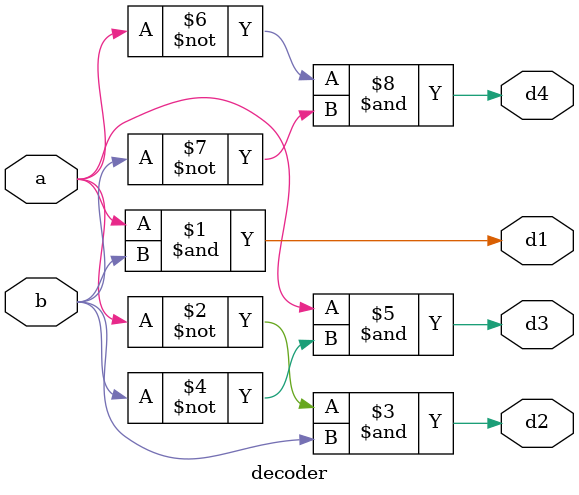
<source format=v>
`timescale 1ns / 1ps
module decoder(
   input a ,
   input b,
	output d1,
	output d2,
	output d3,
	output d4
	);
	
	and(d1,a,b);
	and(d2,~a,b);
	and(d3,a,~b);
	and(d4,~a,~b);


endmodule

</source>
